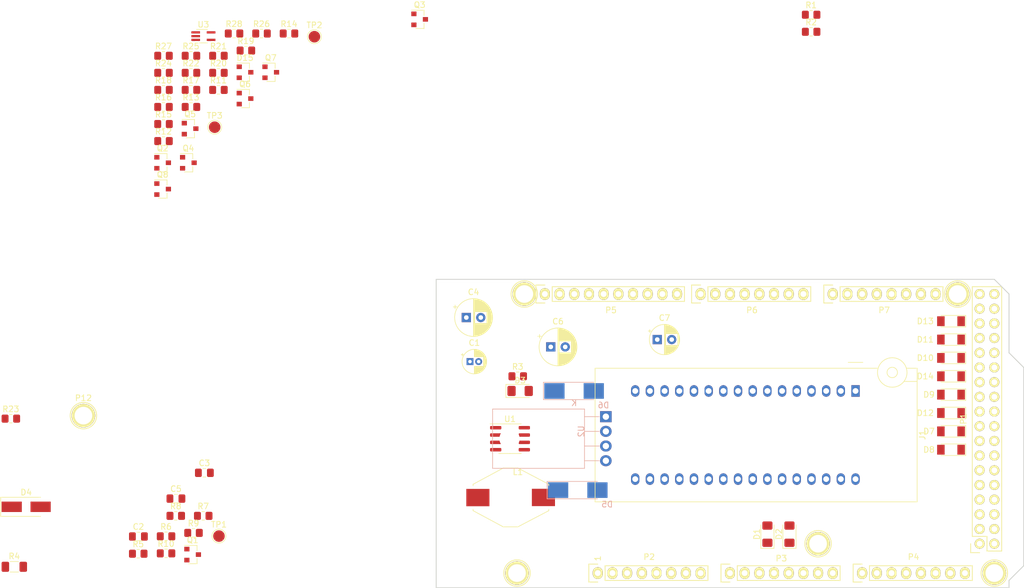
<source format=kicad_pcb>
(kicad_pcb (version 20171130) (host pcbnew "(5.1.10)-1")
  (title_block (date "mar. 31 mars 2015"))
  (layers (0 F.Cu signal) (31 B.Cu signal) (34 B.Paste user) (35 F.Paste user) (36 B.SilkS user) (37 F.SilkS user) (38 B.Mask user) (39 F.Mask user) (44 Edge.Cuts user))
  (net 0 "")
  (net 1 GND)
  (net 2 "/52(SCK)")
  (net 3 "/53(SS)")
  (net 4 "/50(MISO)")
  (net 5 "/51(MOSI)")
  (net 6 /48)
  (net 7 /49)
  (net 8 /46)
  (net 9 /47)
  (net 10 /44)
  (net 11 /45)
  (net 12 /42)
  (net 13 /43)
  (net 14 /40)
  (net 15 /41)
  (net 16 /38)
  (net 17 /39)
  (net 18 /36)
  (net 19 /37)
  (net 20 /34)
  (net 21 /35)
  (net 22 /32)
  (net 23 /33)
  (net 24 /30)
  (net 25 /31)
  (net 26 /28)
  (net 27 /29)
  (net 28 /26)
  (net 29 /24)
  (net 30 /25)
  (net 31 /22)
  (net 32 /23)
  (net 33 +5V)
  (net 34 /IOREF)
  (net 35 /Reset)
  (net 36 /Vin)
  (net 37 /A0)
  (net 38 /A1)
  (net 39 /A2)
  (net 40 /A3)
  (net 41 /A4)
  (net 42 /A5)
  (net 43 /A6)
  (net 44 /A7)
  (net 45 /A8)
  (net 46 /A9)
  (net 47 /A10)
  (net 48 /A11)
  (net 49 /A12)
  (net 50 /A13)
  (net 51 /A14)
  (net 52 /A15)
  (net 53 /SCL)
  (net 54 /SDA)
  (net 55 /AREF)
  (net 56 "/13(**)")
  (net 57 "/12(**)")
  (net 58 "/11(**)")
  (net 59 "/10(**)")
  (net 60 "/9(**)")
  (net 61 "/8(**)")
  (net 62 "/7(**)")
  (net 63 "/6(**)")
  (net 64 "/5(**)")
  (net 65 "/4(**)")
  (net 66 "/3(**)")
  (net 67 "/2(**)")
  (net 68 "/20(SDA)")
  (net 69 "/21(SCL)")
  (net 70 "Net-(P8-Pad1)")
  (net 71 "Net-(P9-Pad1)")
  (net 72 "Net-(P10-Pad1)")
  (net 73 "Net-(P11-Pad1)")
  (net 74 "Net-(P12-Pad1)")
  (net 75 "Net-(P13-Pad1)")
  (net 76 "Net-(P2-Pad1)")
  (net 77 +3V3)
  (net 78 "/1(Tx0)")
  (net 79 "/0(Rx0)")
  (net 80 "/14(Tx3)")
  (net 81 "/15(Rx3)")
  (net 82 "/16(Tx2)")
  (net 83 "/17(Rx2)")
  (net 84 "/18(Tx1)")
  (net 85 "/19(Rx1)")
  (net 86 "Net-(C3-Pad1)")
  (net 87 VPP)
  (net 88 "Net-(C6-Pad1)")
  (net 89 "Net-(D1-Pad2)")
  (net 90 "Net-(D2-Pad2)")
  (net 91 "Net-(D3-Pad2)")
  (net 92 "Net-(D4-Pad2)")
  (net 93 "Net-(D15-Pad2)")
  (net 94 "Net-(D15-Pad3)")
  (net 95 /PGMSocket/VPP1)
  (net 96 /PGMSocket/VCC2A17)
  (net 97 /PGMSocket/VPP2nG)
  (net 98 "Net-(L1-Pad1)")
  (net 99 "Net-(Q1-Pad3)")
  (net 100 "Net-(Q2-Pad3)")
  (net 101 "Net-(Q2-Pad1)")
  (net 102 "Net-(Q4-Pad1)")
  (net 103 "Net-(Q5-Pad1)")
  (net 104 "Net-(Q6-Pad3)")
  (net 105 "Net-(Q7-Pad1)")
  (net 106 "Net-(Q8-Pad1)")
  (net 107 "Net-(R4-Pad1)")
  (net 108 "Net-(R5-Pad2)")
  (net 109 "Net-(R22-Pad1)")
  (module Diode_SMD:D_MELF_Handsoldering (layer B.Cu) (at 127.86 104.775)
    (fp_text reference D5 (at 5.08 2.47) (layer B.SilkS) (effects (justify mirror)))
    (fp_text value 1N4001)
    (pad 2 smd rect (at 3.4 0) (size 3.5 2.7) (layers B.Cu B.Paste B.Mask) (net 1 GND))
    (pad 1 smd rect (at -3.4 0) (size 3.5 2.7) (layers B.Cu B.Paste B.Mask) (net 87 VPP))
  )
  (module Diode_SMD:D_MELF_Handsoldering (layer B.Cu) (at 127.225 87.63)
    (fp_text reference D6 (at 5.08 2.47 180) (layer B.SilkS) (effects (justify mirror)))
    (fp_text value 1N4001)
    (fp_text user K (at 0 2.1 180) (layer B.SilkS) (effects (justify mirror)))
    (pad 2 smd rect (at 3.4 0) (size 3.5 2.7) (layers B.Cu B.Paste B.Mask) (net 88 "Net-(C6-Pad1)"))
    (pad 1 smd rect (at -3.4 0) (size 3.5 2.7) (layers B.Cu B.Paste B.Mask) (net 1 GND))
  )
  (module Package_TO_SOT_THT:TO-220-4_Horizontal_TabDown (layer B.Cu) (at 132.715 92.075 270)
    (fp_text reference U2 (at 2.54 4.27 270) (layer B.SilkS) (effects (justify mirror)))
    (fp_text value LM317_TO-220)
    (pad 4 thru_hole oval (at 7.62 0 270) (size 1.905 2) (drill 1.1) (layers *.Cu *.Mask))
    (pad 3 thru_hole oval (at 5.08 0 270) (size 1.905 2) (drill 1.1) (layers *.Cu *.Mask) (net 87 VPP))
    (pad 2 thru_hole oval (at 2.54 0 270) (size 1.905 2) (drill 1.1) (layers *.Cu *.Mask) (net 1 GND))
    (pad 1 thru_hole rect (at 0 0 270) (size 1.905 2) (drill 1.1) (layers *.Cu *.Mask) (net 88 "Net-(C6-Pad1)"))
    (pad "" np_thru_hole oval (at 3.81 16.66 270) (size 3.5 3.5) (drill 3.5) (layers *.Cu *.Mask))
  )
  (module Inductor_SMD:L_Fastron_PISN_Handsoldering (layer F.Cu) (at 116.25 106.055)
    (fp_text reference L1 (at 1.25 -4.4) (layer F.SilkS))
    (fp_text value 100u)
    (pad 1 smd rect (at 5.67 -0.01) (size 4 3) (layers F.Cu F.Paste F.Mask) (net 98 "Net-(L1-Pad1)"))
    (pad 2 smd rect (at -5.67 0.01) (size 4 3) (layers F.Cu F.Paste F.Mask) (net 92 "Net-(D4-Pad2)"))
  )
  (module Capacitor_THT:CP_Radial_D6.3mm_P2.50mm (layer F.Cu) (at 123.19 80.01)
    (fp_text reference C6 (at 1.25 -4.4) (layer F.SilkS))
    (fp_text value 10uF)
    (pad 1 thru_hole rect (at 0 0) (size 1.6 1.6) (drill 0.8) (layers *.Cu *.Mask) (net 88 "Net-(C6-Pad1)"))
    (pad 2 thru_hole circle (at 2.5 0) (size 1.6 1.6) (drill 0.8) (layers *.Cu *.Mask) (net 1 GND))
  )
  (module Capacitor_THT:CP_Radial_D6.3mm_P2.50mm (layer F.Cu) (at 108.585 74.93)
    (fp_text reference C4 (at 1.25 -4.4) (layer F.SilkS))
    (fp_text value 50uF)
    (pad 2 thru_hole circle (at 2.5 0) (size 1.6 1.6) (drill 0.8) (layers *.Cu *.Mask) (net 1 GND))
    (pad 1 thru_hole rect (at 0 0) (size 1.6 1.6) (drill 0.8) (layers *.Cu *.Mask) (net 87 VPP))
  )
  (module Socket_Arduino_Mega:Socket_Strip_Arduino_2x18 (layer F.Cu) (at 197.358 114.046 90)
    (fp_text reference P1 (at 21.59 -2.794 90) (layer F.SilkS))
    (fp_text value Digital)
    (pad 1 thru_hole circle (at 0 0 90) (size 1.7272 1.7272) (drill 1.016) (layers *.Cu *.Mask F.SilkS) (net 1 GND))
    (pad 2 thru_hole oval (at 0 2.54 90) (size 1.7272 1.7272) (drill 1.016) (layers *.Cu *.Mask F.SilkS) (net 1 GND))
    (pad 3 thru_hole oval (at 2.54 0 90) (size 1.7272 1.7272) (drill 1.016) (layers *.Cu *.Mask F.SilkS) (net 2 "/52(SCK)"))
    (pad 4 thru_hole oval (at 2.54 2.54 90) (size 1.7272 1.7272) (drill 1.016) (layers *.Cu *.Mask F.SilkS) (net 3 "/53(SS)"))
    (pad 5 thru_hole oval (at 5.08 0 90) (size 1.7272 1.7272) (drill 1.016) (layers *.Cu *.Mask F.SilkS) (net 4 "/50(MISO)"))
    (pad 6 thru_hole oval (at 5.08 2.54 90) (size 1.7272 1.7272) (drill 1.016) (layers *.Cu *.Mask F.SilkS) (net 5 "/51(MOSI)"))
    (pad 7 thru_hole oval (at 7.62 0 90) (size 1.7272 1.7272) (drill 1.016) (layers *.Cu *.Mask F.SilkS) (net 6 /48))
    (pad 8 thru_hole oval (at 7.62 2.54 90) (size 1.7272 1.7272) (drill 1.016) (layers *.Cu *.Mask F.SilkS) (net 7 /49))
    (pad 9 thru_hole oval (at 10.16 0 90) (size 1.7272 1.7272) (drill 1.016) (layers *.Cu *.Mask F.SilkS) (net 8 /46))
    (pad 10 thru_hole oval (at 10.16 2.54 90) (size 1.7272 1.7272) (drill 1.016) (layers *.Cu *.Mask F.SilkS) (net 9 /47))
    (pad 11 thru_hole oval (at 12.7 0 90) (size 1.7272 1.7272) (drill 1.016) (layers *.Cu *.Mask F.SilkS) (net 10 /44))
    (pad 12 thru_hole oval (at 12.7 2.54 90) (size 1.7272 1.7272) (drill 1.016) (layers *.Cu *.Mask F.SilkS) (net 11 /45))
    (pad 13 thru_hole oval (at 15.24 0 90) (size 1.7272 1.7272) (drill 1.016) (layers *.Cu *.Mask F.SilkS) (net 12 /42))
    (pad 14 thru_hole oval (at 15.24 2.54 90) (size 1.7272 1.7272) (drill 1.016) (layers *.Cu *.Mask F.SilkS) (net 13 /43))
    (pad 15 thru_hole oval (at 17.78 0 90) (size 1.7272 1.7272) (drill 1.016) (layers *.Cu *.Mask F.SilkS) (net 14 /40))
    (pad 16 thru_hole oval (at 17.78 2.54 90) (size 1.7272 1.7272) (drill 1.016) (layers *.Cu *.Mask F.SilkS) (net 15 /41))
    (pad 17 thru_hole oval (at 20.32 0 90) (size 1.7272 1.7272) (drill 1.016) (layers *.Cu *.Mask F.SilkS) (net 16 /38))
    (pad 18 thru_hole oval (at 20.32 2.54 90) (size 1.7272 1.7272) (drill 1.016) (layers *.Cu *.Mask F.SilkS) (net 17 /39))
    (pad 19 thru_hole oval (at 22.86 0 90) (size 1.7272 1.7272) (drill 1.016) (layers *.Cu *.Mask F.SilkS) (net 18 /36))
    (pad 20 thru_hole oval (at 22.86 2.54 90) (size 1.7272 1.7272) (drill 1.016) (layers *.Cu *.Mask F.SilkS) (net 19 /37))
    (pad 21 thru_hole oval (at 25.4 0 90) (size 1.7272 1.7272) (drill 1.016) (layers *.Cu *.Mask F.SilkS) (net 20 /34))
    (pad 22 thru_hole oval (at 25.4 2.54 90) (size 1.7272 1.7272) (drill 1.016) (layers *.Cu *.Mask F.SilkS) (net 21 /35))
    (pad 23 thru_hole oval (at 27.94 0 90) (size 1.7272 1.7272) (drill 1.016) (layers *.Cu *.Mask F.SilkS) (net 22 /32))
    (pad 24 thru_hole oval (at 27.94 2.54 90) (size 1.7272 1.7272) (drill 1.016) (layers *.Cu *.Mask F.SilkS) (net 23 /33))
    (pad 25 thru_hole oval (at 30.48 0 90) (size 1.7272 1.7272) (drill 1.016) (layers *.Cu *.Mask F.SilkS) (net 24 /30))
    (pad 26 thru_hole oval (at 30.48 2.54 90) (size 1.7272 1.7272) (drill 1.016) (layers *.Cu *.Mask F.SilkS) (net 25 /31))
    (pad 27 thru_hole oval (at 33.02 0 90) (size 1.7272 1.7272) (drill 1.016) (layers *.Cu *.Mask F.SilkS) (net 26 /28))
    (pad 28 thru_hole oval (at 33.02 2.54 90) (size 1.7272 1.7272) (drill 1.016) (layers *.Cu *.Mask F.SilkS) (net 27 /29))
    (pad 29 thru_hole oval (at 35.56 0 90) (size 1.7272 1.7272) (drill 1.016) (layers *.Cu *.Mask F.SilkS) (net 28 /26))
    (pad 30 thru_hole oval (at 35.56 2.54 90) (size 1.7272 1.7272) (drill 1.016) (layers *.Cu *.Mask F.SilkS) (net 28 /26))
    (pad 31 thru_hole oval (at 38.1 0 90) (size 1.7272 1.7272) (drill 1.016) (layers *.Cu *.Mask F.SilkS) (net 29 /24))
    (pad 32 thru_hole oval (at 38.1 2.54 90) (size 1.7272 1.7272) (drill 1.016) (layers *.Cu *.Mask F.SilkS) (net 30 /25))
    (pad 33 thru_hole oval (at 40.64 0 90) (size 1.7272 1.7272) (drill 1.016) (layers *.Cu *.Mask F.SilkS) (net 31 /22))
    (pad 34 thru_hole oval (at 40.64 2.54 90) (size 1.7272 1.7272) (drill 1.016) (layers *.Cu *.Mask F.SilkS) (net 32 /23))
    (pad 35 thru_hole oval (at 43.18 0 90) (size 1.7272 1.7272) (drill 1.016) (layers *.Cu *.Mask F.SilkS) (net 33 +5V))
    (pad 36 thru_hole oval (at 43.18 2.54 90) (size 1.7272 1.7272) (drill 1.016) (layers *.Cu *.Mask F.SilkS) (net 33 +5V))
  )
  (module Socket_Arduino_Mega:Socket_Strip_Arduino_1x08 (layer F.Cu) (at 131.318 119.126)
    (fp_text reference P2 (at 8.89 -2.794) (layer F.SilkS))
    (fp_text value Power)
    (pad 1 thru_hole oval (at 0 0) (size 1.7272 2.032) (drill 1.016) (layers *.Cu *.Mask F.SilkS) (net 76 "Net-(P2-Pad1)"))
    (pad 2 thru_hole oval (at 2.54 0) (size 1.7272 2.032) (drill 1.016) (layers *.Cu *.Mask F.SilkS) (net 34 /IOREF))
    (pad 3 thru_hole oval (at 5.08 0) (size 1.7272 2.032) (drill 1.016) (layers *.Cu *.Mask F.SilkS) (net 35 /Reset))
    (pad 4 thru_hole oval (at 7.62 0) (size 1.7272 2.032) (drill 1.016) (layers *.Cu *.Mask F.SilkS) (net 77 +3V3))
    (pad 5 thru_hole oval (at 10.16 0) (size 1.7272 2.032) (drill 1.016) (layers *.Cu *.Mask F.SilkS) (net 33 +5V))
    (pad 6 thru_hole oval (at 12.7 0) (size 1.7272 2.032) (drill 1.016) (layers *.Cu *.Mask F.SilkS) (net 1 GND))
    (pad 7 thru_hole oval (at 15.24 0) (size 1.7272 2.032) (drill 1.016) (layers *.Cu *.Mask F.SilkS) (net 1 GND))
    (pad 8 thru_hole oval (at 17.78 0) (size 1.7272 2.032) (drill 1.016) (layers *.Cu *.Mask F.SilkS) (net 36 /Vin))
  )
  (module Socket_Arduino_Mega:Socket_Strip_Arduino_1x08 (layer F.Cu) (at 154.178 119.126)
    (fp_text reference P3 (at 8.89 -2.54) (layer F.SilkS))
    (fp_text value Analog)
    (pad 1 thru_hole oval (at 0 0) (size 1.7272 2.032) (drill 1.016) (layers *.Cu *.Mask F.SilkS) (net 37 /A0))
    (pad 2 thru_hole oval (at 2.54 0) (size 1.7272 2.032) (drill 1.016) (layers *.Cu *.Mask F.SilkS) (net 38 /A1))
    (pad 3 thru_hole oval (at 5.08 0) (size 1.7272 2.032) (drill 1.016) (layers *.Cu *.Mask F.SilkS) (net 39 /A2))
    (pad 4 thru_hole oval (at 7.62 0) (size 1.7272 2.032) (drill 1.016) (layers *.Cu *.Mask F.SilkS) (net 40 /A3))
    (pad 5 thru_hole oval (at 10.16 0) (size 1.7272 2.032) (drill 1.016) (layers *.Cu *.Mask F.SilkS) (net 41 /A4))
    (pad 6 thru_hole oval (at 12.7 0) (size 1.7272 2.032) (drill 1.016) (layers *.Cu *.Mask F.SilkS) (net 42 /A5))
    (pad 7 thru_hole oval (at 15.24 0) (size 1.7272 2.032) (drill 1.016) (layers *.Cu *.Mask F.SilkS) (net 43 /A6))
    (pad 8 thru_hole oval (at 17.78 0) (size 1.7272 2.032) (drill 1.016) (layers *.Cu *.Mask F.SilkS) (net 44 /A7))
  )
  (module Socket_Arduino_Mega:Socket_Strip_Arduino_1x08 (layer F.Cu) (at 177.038 119.126)
    (fp_text reference P4 (at 8.89 -2.794) (layer F.SilkS))
    (fp_text value Analog)
    (pad 1 thru_hole oval (at 0 0) (size 1.7272 2.032) (drill 1.016) (layers *.Cu *.Mask F.SilkS) (net 45 /A8))
    (pad 2 thru_hole oval (at 2.54 0) (size 1.7272 2.032) (drill 1.016) (layers *.Cu *.Mask F.SilkS) (net 46 /A9))
    (pad 3 thru_hole oval (at 5.08 0) (size 1.7272 2.032) (drill 1.016) (layers *.Cu *.Mask F.SilkS) (net 47 /A10))
    (pad 4 thru_hole oval (at 7.62 0) (size 1.7272 2.032) (drill 1.016) (layers *.Cu *.Mask F.SilkS) (net 48 /A11))
    (pad 5 thru_hole oval (at 10.16 0) (size 1.7272 2.032) (drill 1.016) (layers *.Cu *.Mask F.SilkS) (net 49 /A12))
    (pad 6 thru_hole oval (at 12.7 0) (size 1.7272 2.032) (drill 1.016) (layers *.Cu *.Mask F.SilkS) (net 50 /A13))
    (pad 7 thru_hole oval (at 15.24 0) (size 1.7272 2.032) (drill 1.016) (layers *.Cu *.Mask F.SilkS) (net 51 /A14))
    (pad 8 thru_hole oval (at 17.78 0) (size 1.7272 2.032) (drill 1.016) (layers *.Cu *.Mask F.SilkS) (net 52 /A15))
  )
  (module Socket_Arduino_Mega:Socket_Strip_Arduino_1x10 (layer F.Cu) (at 122.174 70.866)
    (fp_text reference P5 (at 11.43 2.794) (layer F.SilkS))
    (fp_text value PWM)
    (pad 1 thru_hole oval (at 0 0) (size 1.7272 2.032) (drill 1.016) (layers *.Cu *.Mask F.SilkS) (net 53 /SCL))
    (pad 2 thru_hole oval (at 2.54 0) (size 1.7272 2.032) (drill 1.016) (layers *.Cu *.Mask F.SilkS) (net 54 /SDA))
    (pad 3 thru_hole oval (at 5.08 0) (size 1.7272 2.032) (drill 1.016) (layers *.Cu *.Mask F.SilkS) (net 55 /AREF))
    (pad 4 thru_hole oval (at 7.62 0) (size 1.7272 2.032) (drill 1.016) (layers *.Cu *.Mask F.SilkS) (net 1 GND))
    (pad 5 thru_hole oval (at 10.16 0) (size 1.7272 2.032) (drill 1.016) (layers *.Cu *.Mask F.SilkS) (net 56 "/13(**)"))
    (pad 6 thru_hole oval (at 12.7 0) (size 1.7272 2.032) (drill 1.016) (layers *.Cu *.Mask F.SilkS) (net 57 "/12(**)"))
    (pad 7 thru_hole oval (at 15.24 0) (size 1.7272 2.032) (drill 1.016) (layers *.Cu *.Mask F.SilkS) (net 58 "/11(**)"))
    (pad 8 thru_hole oval (at 17.78 0) (size 1.7272 2.032) (drill 1.016) (layers *.Cu *.Mask F.SilkS) (net 59 "/10(**)"))
    (pad 9 thru_hole oval (at 20.32 0) (size 1.7272 2.032) (drill 1.016) (layers *.Cu *.Mask F.SilkS) (net 60 "/9(**)"))
    (pad 10 thru_hole oval (at 22.86 0) (size 1.7272 2.032) (drill 1.016) (layers *.Cu *.Mask F.SilkS) (net 61 "/8(**)"))
  )
  (module Socket_Arduino_Mega:Socket_Strip_Arduino_1x08 (layer F.Cu) (at 149.098 70.866)
    (fp_text reference P6 (at 8.89 2.794) (layer F.SilkS))
    (fp_text value PWM)
    (pad 1 thru_hole oval (at 0 0) (size 1.7272 2.032) (drill 1.016) (layers *.Cu *.Mask F.SilkS) (net 62 "/7(**)"))
    (pad 2 thru_hole oval (at 2.54 0) (size 1.7272 2.032) (drill 1.016) (layers *.Cu *.Mask F.SilkS) (net 63 "/6(**)"))
    (pad 3 thru_hole oval (at 5.08 0) (size 1.7272 2.032) (drill 1.016) (layers *.Cu *.Mask F.SilkS) (net 64 "/5(**)"))
    (pad 4 thru_hole oval (at 7.62 0) (size 1.7272 2.032) (drill 1.016) (layers *.Cu *.Mask F.SilkS) (net 65 "/4(**)"))
    (pad 5 thru_hole oval (at 10.16 0) (size 1.7272 2.032) (drill 1.016) (layers *.Cu *.Mask F.SilkS) (net 66 "/3(**)"))
    (pad 6 thru_hole oval (at 12.7 0) (size 1.7272 2.032) (drill 1.016) (layers *.Cu *.Mask F.SilkS) (net 67 "/2(**)"))
    (pad 7 thru_hole oval (at 15.24 0) (size 1.7272 2.032) (drill 1.016) (layers *.Cu *.Mask F.SilkS) (net 78 "/1(Tx0)"))
    (pad 8 thru_hole oval (at 17.78 0) (size 1.7272 2.032) (drill 1.016) (layers *.Cu *.Mask F.SilkS) (net 79 "/0(Rx0)"))
  )
  (module Socket_Arduino_Mega:Socket_Strip_Arduino_1x08 (layer F.Cu) (at 171.958 70.866)
    (fp_text reference P7 (at 8.89 2.794) (layer F.SilkS))
    (fp_text value Communication)
    (pad 1 thru_hole oval (at 0 0) (size 1.7272 2.032) (drill 1.016) (layers *.Cu *.Mask F.SilkS) (net 80 "/14(Tx3)"))
    (pad 2 thru_hole oval (at 2.54 0) (size 1.7272 2.032) (drill 1.016) (layers *.Cu *.Mask F.SilkS) (net 81 "/15(Rx3)"))
    (pad 3 thru_hole oval (at 5.08 0) (size 1.7272 2.032) (drill 1.016) (layers *.Cu *.Mask F.SilkS) (net 82 "/16(Tx2)"))
    (pad 4 thru_hole oval (at 7.62 0) (size 1.7272 2.032) (drill 1.016) (layers *.Cu *.Mask F.SilkS) (net 83 "/17(Rx2)"))
    (pad 5 thru_hole oval (at 10.16 0) (size 1.7272 2.032) (drill 1.016) (layers *.Cu *.Mask F.SilkS) (net 84 "/18(Tx1)"))
    (pad 6 thru_hole oval (at 12.7 0) (size 1.7272 2.032) (drill 1.016) (layers *.Cu *.Mask F.SilkS) (net 85 "/19(Rx1)"))
    (pad 7 thru_hole oval (at 15.24 0) (size 1.7272 2.032) (drill 1.016) (layers *.Cu *.Mask F.SilkS) (net 68 "/20(SDA)"))
    (pad 8 thru_hole oval (at 17.78 0) (size 1.7272 2.032) (drill 1.016) (layers *.Cu *.Mask F.SilkS) (net 69 "/21(SCL)"))
  )
  (module Socket_Arduino_Mega:Arduino_1pin (layer F.Cu) (at 117.348 119.126)
    (fp_text reference P8 hide)
    (fp_text value CONN_01X01 hide)
    (pad 1 thru_hole circle (at 0 0) (size 4.064 4.064) (drill 3.048) (layers *.Cu *.Mask F.SilkS) (net 70 "Net-(P8-Pad1)"))
  )
  (module Socket_Arduino_Mega:Arduino_1pin (layer F.Cu) (at 169.418 114.046)
    (fp_text reference P9 hide)
    (fp_text value CONN_01X01 hide)
    (pad 1 thru_hole circle (at 0 0) (size 4.064 4.064) (drill 3.048) (layers *.Cu *.Mask F.SilkS) (net 71 "Net-(P9-Pad1)"))
  )
  (module Socket_Arduino_Mega:Arduino_1pin (layer F.Cu) (at 199.898 119.126)
    (fp_text reference P10 hide)
    (fp_text value CONN_01X01 hide)
    (pad 1 thru_hole circle (at 0 0) (size 4.064 4.064) (drill 3.048) (layers *.Cu *.Mask F.SilkS) (net 72 "Net-(P10-Pad1)"))
  )
  (module Socket_Arduino_Mega:Arduino_1pin (layer F.Cu) (at 118.618 70.866)
    (fp_text reference P11 hide)
    (fp_text value CONN_01X01 hide)
    (pad 1 thru_hole circle (at 0 0) (size 4.064 4.064) (drill 3.048) (layers *.Cu *.Mask F.SilkS) (net 73 "Net-(P11-Pad1)"))
  )
  (module Socket_Arduino_Mega:Arduino_1pin (layer F.Cu) (at 193.548 70.866)
    (fp_text reference P13 hide)
    (fp_text value CONN_01X01 hide)
    (pad 1 thru_hole circle (at 0 0) (size 4.064 4.064) (drill 3.048) (layers *.Cu *.Mask F.SilkS) (net 75 "Net-(P13-Pad1)"))
  )
  (module Capacitor_THT:CP_Radial_D4.0mm_P1.50mm (layer F.Cu) (at 109.22 82.55)
    (fp_text reference C1 (at 0.75 -3.25) (layer F.SilkS))
    (fp_text value 1uF)
    (pad 1 thru_hole rect (at 0 0) (size 1.2 1.2) (drill 0.6) (layers *.Cu *.Mask) (net 33 +5V))
    (pad 2 thru_hole circle (at 1.5 0) (size 1.2 1.2) (drill 0.6) (layers *.Cu *.Mask) (net 1 GND))
  )
  (module Capacitor_SMD:C_0805_2012Metric_Pad1.18x1.45mm_HandSolder (layer F.Cu) (at 51.875001 112.795001)
    (fp_text reference C2 (at 0 -1.68) (layer F.SilkS))
    (fp_text value 100n)
    (pad 1 smd roundrect (at -1.0375 0) (size 1.175 1.45) (layers F.Cu F.Paste F.Mask) (roundrect_rratio 0.212766) (net 1 GND))
    (pad 2 smd roundrect (at 1.0375 0) (size 1.175 1.45) (layers F.Cu F.Paste F.Mask) (roundrect_rratio 0.212766) (net 1 GND))
  )
  (module Capacitor_SMD:C_0805_2012Metric_Pad1.18x1.45mm_HandSolder (layer F.Cu) (at 63.285001 101.785001)
    (fp_text reference C3 (at 0 -1.68) (layer F.SilkS))
    (fp_text value 560pF)
    (pad 1 smd roundrect (at -1.0375 0) (size 1.175 1.45) (layers F.Cu F.Paste F.Mask) (roundrect_rratio 0.212766) (net 86 "Net-(C3-Pad1)"))
    (pad 2 smd roundrect (at 1.0375 0) (size 1.175 1.45) (layers F.Cu F.Paste F.Mask) (roundrect_rratio 0.212766) (net 1 GND))
  )
  (module Capacitor_SMD:C_0805_2012Metric_Pad1.18x1.45mm_HandSolder (layer F.Cu) (at 58.365001 106.245001)
    (fp_text reference C5 (at 0 -1.68) (layer F.SilkS))
    (fp_text value 100n)
    (pad 2 smd roundrect (at 1.0375 0) (size 1.175 1.45) (layers F.Cu F.Paste F.Mask) (roundrect_rratio 0.212766) (net 1 GND))
    (pad 1 smd roundrect (at -1.0375 0) (size 1.175 1.45) (layers F.Cu F.Paste F.Mask) (roundrect_rratio 0.212766) (net 87 VPP))
  )
  (module Capacitor_THT:CP_Radial_D5.0mm_P2.50mm (layer F.Cu) (at 141.605 78.74)
    (fp_text reference C7 (at 1.25 -3.75) (layer F.SilkS))
    (fp_text value 1uF)
    (pad 1 thru_hole rect (at 0 0) (size 1.6 1.6) (drill 0.8) (layers *.Cu *.Mask) (net 1 GND))
    (pad 2 thru_hole circle (at 2.5 0) (size 1.6 1.6) (drill 0.8) (layers *.Cu *.Mask) (net 1 GND))
  )
  (module LED_SMD:LED_1206_3216Metric_Pad1.42x1.75mm_HandSolder (layer F.Cu) (at 160.655 112.395 90)
    (fp_text reference D1 (at 0 -1.82 90) (layer F.SilkS))
    (fp_text value LED_GN)
    (pad 2 smd roundrect (at 1.4875 0 90) (size 1.425 1.75) (layers F.Cu F.Paste F.Mask) (roundrect_rratio 0.175439) (net 89 "Net-(D1-Pad2)"))
    (pad 1 smd roundrect (at -1.4875 0 90) (size 1.425 1.75) (layers F.Cu F.Paste F.Mask) (roundrect_rratio 0.175439) (net 42 /A5))
  )
  (module LED_SMD:LED_1206_3216Metric_Pad1.42x1.75mm_HandSolder (layer F.Cu) (at 164.465 112.395 90)
    (fp_text reference D2 (at 0 -1.82 90) (layer F.SilkS))
    (fp_text value LED_RD)
    (pad 1 smd roundrect (at -1.4875 0 90) (size 1.425 1.75) (layers F.Cu F.Paste F.Mask) (roundrect_rratio 0.175439) (net 41 /A4))
    (pad 2 smd roundrect (at 1.4875 0 90) (size 1.425 1.75) (layers F.Cu F.Paste F.Mask) (roundrect_rratio 0.175439) (net 90 "Net-(D2-Pad2)"))
  )
  (module LED_SMD:LED_1206_3216Metric_Pad1.42x1.75mm_HandSolder (layer F.Cu) (at 117.8925 87.63)
    (fp_text reference D3 (at 0 -1.82) (layer F.SilkS))
    (fp_text value LED_BLUE)
    (pad 1 smd roundrect (at -1.4875 0) (size 1.425 1.75) (layers F.Cu F.Paste F.Mask) (roundrect_rratio 0.175439) (net 1 GND))
    (pad 2 smd roundrect (at 1.4875 0) (size 1.425 1.75) (layers F.Cu F.Paste F.Mask) (roundrect_rratio 0.175439) (net 91 "Net-(D3-Pad2)"))
  )
  (module Diode_SMD:D_SMA_Handsoldering (layer F.Cu) (at 32.465001 107.665001)
    (fp_text reference D4 (at 0 -2.5) (layer F.SilkS))
    (fp_text value SK26ASMD)
    (pad 1 smd rect (at -2.5 0) (size 3.5 1.8) (layers F.Cu F.Paste F.Mask) (net 87 VPP))
    (pad 2 smd rect (at 2.5 0) (size 3.5 1.8) (layers F.Cu F.Paste F.Mask) (net 92 "Net-(D4-Pad2)"))
  )
  (module Diode_SMD:D_MiniMELF (layer F.Cu) (at 192.405 94.615 180)
    (fp_text reference D7 (at 3.81 0) (layer F.SilkS))
    (fp_text value ZMMxx)
    (pad 1 smd rect (at -1.75 0 180) (size 1.3 1.7) (layers F.Cu F.Paste F.Mask) (net 19 /37))
    (pad 2 smd rect (at 1.75 0 180) (size 1.3 1.7) (layers F.Cu F.Paste F.Mask) (net 1 GND))
  )
  (module Diode_SMD:D_MiniMELF (layer F.Cu) (at 192.405 97.79 180)
    (fp_text reference D8 (at 3.81 0) (layer F.SilkS))
    (fp_text value ZMMxx)
    (pad 1 smd rect (at -1.75 0 180) (size 1.3 1.7) (layers F.Cu F.Paste F.Mask) (net 18 /36))
    (pad 2 smd rect (at 1.75 0 180) (size 1.3 1.7) (layers F.Cu F.Paste F.Mask) (net 1 GND))
  )
  (module Diode_SMD:D_MiniMELF (layer F.Cu) (at 192.405 88.265 180)
    (fp_text reference D9 (at 3.81 0) (layer F.SilkS))
    (fp_text value ZMMxx)
    (pad 2 smd rect (at 1.75 0 180) (size 1.3 1.7) (layers F.Cu F.Paste F.Mask) (net 1 GND))
    (pad 1 smd rect (at -1.75 0 180) (size 1.3 1.7) (layers F.Cu F.Paste F.Mask) (net 21 /35))
  )
  (module Diode_SMD:D_MiniMELF (layer F.Cu) (at 192.405 81.915 180)
    (fp_text reference D10 (at 4.445 0) (layer F.SilkS))
    (fp_text value ZMMxx)
    (pad 1 smd rect (at -1.75 0 180) (size 1.3 1.7) (layers F.Cu F.Paste F.Mask) (net 20 /34))
    (pad 2 smd rect (at 1.75 0 180) (size 1.3 1.7) (layers F.Cu F.Paste F.Mask) (net 1 GND))
  )
  (module Diode_SMD:D_MiniMELF (layer F.Cu) (at 192.405 78.74 180)
    (fp_text reference D11 (at 4.445 0) (layer F.SilkS))
    (fp_text value ZMMxx)
    (pad 2 smd rect (at 1.75 0 180) (size 1.3 1.7) (layers F.Cu F.Paste F.Mask) (net 1 GND))
    (pad 1 smd rect (at -1.75 0 180) (size 1.3 1.7) (layers F.Cu F.Paste F.Mask) (net 23 /33))
  )
  (module Diode_SMD:D_MiniMELF (layer F.Cu) (at 192.405 91.44 180)
    (fp_text reference D12 (at 4.445 0) (layer F.SilkS))
    (fp_text value ZMMxx)
    (pad 1 smd rect (at -1.75 0 180) (size 1.3 1.7) (layers F.Cu F.Paste F.Mask) (net 22 /32))
    (pad 2 smd rect (at 1.75 0 180) (size 1.3 1.7) (layers F.Cu F.Paste F.Mask) (net 1 GND))
  )
  (module Diode_SMD:D_MiniMELF (layer F.Cu) (at 192.405 75.565 180)
    (fp_text reference D13 (at 4.445 0) (layer F.SilkS))
    (fp_text value ZMMxx)
    (pad 2 smd rect (at 1.75 0 180) (size 1.3 1.7) (layers F.Cu F.Paste F.Mask) (net 1 GND))
    (pad 1 smd rect (at -1.75 0 180) (size 1.3 1.7) (layers F.Cu F.Paste F.Mask) (net 25 /31))
  )
  (module Diode_SMD:D_MiniMELF (layer F.Cu) (at 192.405 85.09 180)
    (fp_text reference D14 (at 4.445 0) (layer F.SilkS))
    (fp_text value ZMMxx)
    (pad 2 smd rect (at 1.75 0 180) (size 1.3 1.7) (layers F.Cu F.Paste F.Mask) (net 1 GND))
    (pad 1 smd rect (at -1.75 0 180) (size 1.3 1.7) (layers F.Cu F.Paste F.Mask) (net 24 /30))
  )
  (module Package_TO_SOT_SMD:SOT-23 (layer F.Cu) (at 70.315001 32.515001)
    (fp_text reference D15 (at 0 -2.5) (layer F.SilkS))
    (fp_text value BAS19)
    (pad 1 smd rect (at -1 -0.95) (size 0.9 0.8) (layers F.Cu F.Paste F.Mask) (net 1 GND))
    (pad 2 smd rect (at -1 0.95) (size 0.9 0.8) (layers F.Cu F.Paste F.Mask) (net 93 "Net-(D15-Pad2)"))
    (pad 3 smd rect (at 1 0) (size 0.9 0.8) (layers F.Cu F.Paste F.Mask) (net 94 "Net-(D15-Pad3)"))
  )
  (module Socket:DIP_Socket-32_W11.9_W12.7_W15.24_W17.78_W18.5_3M_232-1285-00-0602J (layer F.Cu) (at 175.895 87.63 270)
    (fp_text reference J1 (at 7.62 -11.56 90) (layer F.SilkS))
    (fp_text value Conn_02x16_Counter_Clockwise)
    (pad 1 thru_hole rect (at 0 0 270) (size 2 1.44) (drill 1) (layers *.Cu *.Mask) (net 95 /PGMSocket/VPP1))
    (pad 32 thru_hole oval (at 15.24 0 270) (size 2 1.44) (drill 1) (layers *.Cu *.Mask) (net 1 GND))
    (pad 2 thru_hole oval (at 0 2.54 270) (size 2 1.44) (drill 1) (layers *.Cu *.Mask) (net 14 /40))
    (pad 31 thru_hole oval (at 15.24 2.54 270) (size 2 1.44) (drill 1) (layers *.Cu *.Mask) (net 17 /39))
    (pad 3 thru_hole oval (at 0 5.08 270) (size 2 1.44) (drill 1) (layers *.Cu *.Mask) (net 12 /42))
    (pad 30 thru_hole oval (at 15.24 5.08 270) (size 2 1.44) (drill 1) (layers *.Cu *.Mask) (net 96 /PGMSocket/VCC2A17))
    (pad 4 thru_hole oval (at 0 7.62 270) (size 2 1.44) (drill 1) (layers *.Cu *.Mask) (net 11 /45))
    (pad 29 thru_hole oval (at 15.24 7.62 270) (size 2 1.44) (drill 1) (layers *.Cu *.Mask) (net 13 /43))
    (pad 5 thru_hole oval (at 0 10.16 270) (size 2 1.44) (drill 1) (layers *.Cu *.Mask) (net 27 /29))
    (pad 28 thru_hole oval (at 15.24 10.16 270) (size 2 1.44) (drill 1) (layers *.Cu *.Mask) (net 10 /44))
    (pad 6 thru_hole oval (at 0 12.7 270) (size 2 1.44) (drill 1) (layers *.Cu *.Mask) (net 26 /28))
    (pad 27 thru_hole oval (at 15.24 12.7 270) (size 2 1.44) (drill 1) (layers *.Cu *.Mask) (net 7 /49))
    (pad 7 thru_hole oval (at 0 15.24 270) (size 2 1.44) (drill 1) (layers *.Cu *.Mask) (net 28 /26))
    (pad 26 thru_hole oval (at 15.24 15.24 270) (size 2 1.44) (drill 1) (layers *.Cu *.Mask) (net 6 /48))
    (pad 8 thru_hole oval (at 0 17.78 270) (size 2 1.44) (drill 1) (layers *.Cu *.Mask) (net 28 /26))
    (pad 25 thru_hole oval (at 15.24 17.78 270) (size 2 1.44) (drill 1) (layers *.Cu *.Mask) (net 8 /46))
    (pad 9 thru_hole oval (at 0 20.32 270) (size 2 1.44) (drill 1) (layers *.Cu *.Mask) (net 30 /25))
    (pad 24 thru_hole oval (at 15.24 20.32 270) (size 2 1.44) (drill 1) (layers *.Cu *.Mask) (net 97 /PGMSocket/VPP2nG))
    (pad 10 thru_hole oval (at 0 22.86 270) (size 2 1.44) (drill 1) (layers *.Cu *.Mask) (net 29 /24))
    (pad 23 thru_hole oval (at 15.24 22.86 270) (size 2 1.44) (drill 1) (layers *.Cu *.Mask) (net 9 /47))
    (pad 11 thru_hole oval (at 0 25.4 270) (size 2 1.44) (drill 1) (layers *.Cu *.Mask) (net 32 /23))
    (pad 22 thru_hole oval (at 15.24 25.4 270) (size 2 1.44) (drill 1) (layers *.Cu *.Mask) (net 16 /38))
    (pad 12 thru_hole oval (at 0 27.94 270) (size 2 1.44) (drill 1) (layers *.Cu *.Mask) (net 31 /22))
    (pad 21 thru_hole oval (at 15.24 27.94 270) (size 2 1.44) (drill 1) (layers *.Cu *.Mask) (net 24 /30))
    (pad 13 thru_hole oval (at 0 30.48 270) (size 2 1.44) (drill 1) (layers *.Cu *.Mask) (net 19 /37))
    (pad 20 thru_hole oval (at 15.24 30.48 270) (size 2 1.44) (drill 1) (layers *.Cu *.Mask) (net 25 /31))
    (pad 14 thru_hole oval (at 0 33.02 270) (size 2 1.44) (drill 1) (layers *.Cu *.Mask) (net 18 /36))
    (pad 19 thru_hole oval (at 15.24 33.02 270) (size 2 1.44) (drill 1) (layers *.Cu *.Mask) (net 22 /32))
    (pad 15 thru_hole oval (at 0 35.56 270) (size 2 1.44) (drill 1) (layers *.Cu *.Mask) (net 21 /35))
    (pad 18 thru_hole oval (at 15.24 35.56 270) (size 2 1.44) (drill 1) (layers *.Cu *.Mask) (net 23 /33))
    (pad 16 thru_hole oval (at 0 38.1 270) (size 2 1.44) (drill 1) (layers *.Cu *.Mask) (net 1 GND))
    (pad 17 thru_hole oval (at 15.24 38.1 270) (size 2 1.44) (drill 1) (layers *.Cu *.Mask) (net 20 /34))
  )
  (module Package_TO_SOT_SMD:SOT-23 (layer F.Cu) (at 61.255001 115.925001)
    (fp_text reference Q1 (at 0 -2.5) (layer F.SilkS))
    (fp_text value BC847)
    (pad 1 smd rect (at -1 -0.95) (size 0.9 0.8) (layers F.Cu F.Paste F.Mask) (net 41 /A4))
    (pad 2 smd rect (at -1 0.95) (size 0.9 0.8) (layers F.Cu F.Paste F.Mask) (net 1 GND))
    (pad 3 smd rect (at 1 0) (size 0.9 0.8) (layers F.Cu F.Paste F.Mask) (net 99 "Net-(Q1-Pad3)"))
  )
  (module Package_TO_SOT_SMD:SOT-23 (layer F.Cu) (at 56.065001 48.165001)
    (fp_text reference Q2 (at 0 -2.5) (layer F.SilkS))
    (fp_text value BC847)
    (pad 3 smd rect (at 1 0) (size 0.9 0.8) (layers F.Cu F.Paste F.Mask) (net 100 "Net-(Q2-Pad3)"))
    (pad 2 smd rect (at -1 0.95) (size 0.9 0.8) (layers F.Cu F.Paste F.Mask) (net 1 GND))
    (pad 1 smd rect (at -1 -0.95) (size 0.9 0.8) (layers F.Cu F.Paste F.Mask) (net 101 "Net-(Q2-Pad1)"))
  )
  (module Package_TO_SOT_SMD:SOT-23 (layer F.Cu) (at 100.515001 23.365001)
    (fp_text reference Q3 (at 0 -2.5) (layer F.SilkS))
    (fp_text value BSS83P)
    (pad 1 smd rect (at -1 -0.95) (size 0.9 0.8) (layers F.Cu F.Paste F.Mask) (net 100 "Net-(Q2-Pad3)"))
    (pad 2 smd rect (at -1 0.95) (size 0.9 0.8) (layers F.Cu F.Paste F.Mask) (net 87 VPP))
    (pad 3 smd rect (at 1 0) (size 0.9 0.8) (layers F.Cu F.Paste F.Mask) (net 95 /PGMSocket/VPP1))
  )
  (module Package_TO_SOT_SMD:SOT-23 (layer F.Cu) (at 60.515001 48.165001)
    (fp_text reference Q4 (at 0 -2.5) (layer F.SilkS))
    (fp_text value BSS83P)
    (pad 3 smd rect (at 1 0) (size 0.9 0.8) (layers F.Cu F.Paste F.Mask) (net 96 /PGMSocket/VCC2A17))
    (pad 2 smd rect (at -1 0.95) (size 0.9 0.8) (layers F.Cu F.Paste F.Mask) (net 1 GND))
    (pad 1 smd rect (at -1 -0.95) (size 0.9 0.8) (layers F.Cu F.Paste F.Mask) (net 102 "Net-(Q4-Pad1)"))
  )
  (module Package_TO_SOT_SMD:SOT-23 (layer F.Cu) (at 60.815001 42.265001)
    (fp_text reference Q5 (at 0 -2.5) (layer F.SilkS))
    (fp_text value BSS83P)
    (pad 3 smd rect (at 1 0) (size 0.9 0.8) (layers F.Cu F.Paste F.Mask) (net 97 /PGMSocket/VPP2nG))
    (pad 2 smd rect (at -1 0.95) (size 0.9 0.8) (layers F.Cu F.Paste F.Mask) (net 87 VPP))
    (pad 1 smd rect (at -1 -0.95) (size 0.9 0.8) (layers F.Cu F.Paste F.Mask) (net 103 "Net-(Q5-Pad1)"))
  )
  (module Package_TO_SOT_SMD:SOT-23 (layer F.Cu) (at 70.315001 37.065001)
    (fp_text reference Q6 (at 0 -2.5) (layer F.SilkS))
    (fp_text value BSS138)
    (pad 1 smd rect (at -1 -0.95) (size 0.9 0.8) (layers F.Cu F.Paste F.Mask) (net 37 /A0))
    (pad 2 smd rect (at -1 0.95) (size 0.9 0.8) (layers F.Cu F.Paste F.Mask) (net 1 GND))
    (pad 3 smd rect (at 1 0) (size 0.9 0.8) (layers F.Cu F.Paste F.Mask) (net 104 "Net-(Q6-Pad3)"))
  )
  (module Package_TO_SOT_SMD:SOT-23 (layer F.Cu) (at 74.765001 32.515001)
    (fp_text reference Q7 (at 0 -2.5) (layer F.SilkS))
    (fp_text value BC847)
    (pad 1 smd rect (at -1 -0.95) (size 0.9 0.8) (layers F.Cu F.Paste F.Mask) (net 105 "Net-(Q7-Pad1)"))
    (pad 2 smd rect (at -1 0.95) (size 0.9 0.8) (layers F.Cu F.Paste F.Mask) (net 1 GND))
    (pad 3 smd rect (at 1 0) (size 0.9 0.8) (layers F.Cu F.Paste F.Mask) (net 102 "Net-(Q4-Pad1)"))
  )
  (module Package_TO_SOT_SMD:SOT-23 (layer F.Cu) (at 56.065001 52.715001)
    (fp_text reference Q8 (at 0 -2.5) (layer F.SilkS))
    (fp_text value BC847)
    (pad 3 smd rect (at 1 0) (size 0.9 0.8) (layers F.Cu F.Paste F.Mask) (net 103 "Net-(Q5-Pad1)"))
    (pad 2 smd rect (at -1 0.95) (size 0.9 0.8) (layers F.Cu F.Paste F.Mask) (net 1 GND))
    (pad 1 smd rect (at -1 -0.95) (size 0.9 0.8) (layers F.Cu F.Paste F.Mask) (net 106 "Net-(Q8-Pad1)"))
  )
  (module Resistor_SMD:R_0805_2012Metric_Pad1.20x1.40mm_HandSolder (layer F.Cu) (at 168.215001 22.565001)
    (fp_text reference R1 (at 0 -1.65) (layer F.SilkS))
    (fp_text value 470)
    (pad 2 smd roundrect (at 1 0) (size 1.2 1.4) (layers F.Cu F.Paste F.Mask) (roundrect_rratio 0.208333) (net 33 +5V))
    (pad 1 smd roundrect (at -1 0) (size 1.2 1.4) (layers F.Cu F.Paste F.Mask) (roundrect_rratio 0.208333) (net 89 "Net-(D1-Pad2)"))
  )
  (module Resistor_SMD:R_0805_2012Metric_Pad1.20x1.40mm_HandSolder (layer F.Cu) (at 168.215001 25.515001)
    (fp_text reference R2 (at 0 -1.65) (layer F.SilkS))
    (fp_text value 470)
    (pad 1 smd roundrect (at -1 0) (size 1.2 1.4) (layers F.Cu F.Paste F.Mask) (roundrect_rratio 0.208333) (net 90 "Net-(D2-Pad2)"))
    (pad 2 smd roundrect (at 1 0) (size 1.2 1.4) (layers F.Cu F.Paste F.Mask) (roundrect_rratio 0.208333) (net 33 +5V))
  )
  (module Resistor_SMD:R_0805_2012Metric_Pad1.20x1.40mm_HandSolder (layer F.Cu) (at 117.475 85.09)
    (fp_text reference R3 (at 0 -1.65) (layer F.SilkS))
    (fp_text value 470)
    (pad 2 smd roundrect (at 1 0) (size 1.2 1.4) (layers F.Cu F.Paste F.Mask) (roundrect_rratio 0.208333) (net 33 +5V))
    (pad 1 smd roundrect (at -1 0) (size 1.2 1.4) (layers F.Cu F.Paste F.Mask) (roundrect_rratio 0.208333) (net 91 "Net-(D3-Pad2)"))
  )
  (module Resistor_SMD:R_1206_3216Metric_Pad1.30x1.75mm_HandSolder (layer F.Cu) (at 30.415001 118.035001)
    (fp_text reference R4 (at 0 -1.82) (layer F.SilkS))
    (fp_text value 0.3)
    (pad 1 smd roundrect (at -1.55 0) (size 1.3 1.75) (layers F.Cu F.Paste F.Mask) (roundrect_rratio 0.192308) (net 107 "Net-(R4-Pad1)"))
    (pad 2 smd roundrect (at 1.55 0) (size 1.3 1.75) (layers F.Cu F.Paste F.Mask) (roundrect_rratio 0.192308) (net 33 +5V))
  )
  (module Resistor_SMD:R_0805_2012Metric_Pad1.20x1.40mm_HandSolder (layer F.Cu) (at 51.845001 115.775001)
    (fp_text reference R5 (at 0 -1.65) (layer F.SilkS))
    (fp_text value 2k)
    (pad 2 smd roundrect (at 1 0) (size 1.2 1.4) (layers F.Cu F.Paste F.Mask) (roundrect_rratio 0.208333) (net 108 "Net-(R5-Pad2)"))
    (pad 1 smd roundrect (at -1 0) (size 1.2 1.4) (layers F.Cu F.Paste F.Mask) (roundrect_rratio 0.208333) (net 1 GND))
  )
  (module Resistor_SMD:R_0805_2012Metric_Pad1.20x1.40mm_HandSolder (layer F.Cu) (at 56.655001 112.765001)
    (fp_text reference R6 (at 0 -1.65) (layer F.SilkS))
    (fp_text value 180)
    (pad 2 smd roundrect (at 1 0) (size 1.2 1.4) (layers F.Cu F.Paste F.Mask) (roundrect_rratio 0.208333) (net 107 "Net-(R4-Pad1)"))
    (pad 1 smd roundrect (at -1 0) (size 1.2 1.4) (layers F.Cu F.Paste F.Mask) (roundrect_rratio 0.208333) (net 98 "Net-(L1-Pad1)"))
  )
  (module Resistor_SMD:R_0805_2012Metric_Pad1.20x1.40mm_HandSolder (layer F.Cu) (at 63.085001 109.225001)
    (fp_text reference R7 (at 0 -1.65) (layer F.SilkS))
    (fp_text value 18k4)
    (pad 2 smd roundrect (at 1 0) (size 1.2 1.4) (layers F.Cu F.Paste F.Mask) (roundrect_rratio 0.208333) (net 108 "Net-(R5-Pad2)"))
    (pad 1 smd roundrect (at -1 0) (size 1.2 1.4) (layers F.Cu F.Paste F.Mask) (roundrect_rratio 0.208333) (net 87 VPP))
  )
  (module Resistor_SMD:R_0805_2012Metric_Pad1.20x1.40mm_HandSolder (layer F.Cu) (at 58.335001 109.225001)
    (fp_text reference R8 (at 0 -1.65) (layer F.SilkS))
    (fp_text value 3k)
    (pad 1 smd roundrect (at -1 0) (size 1.2 1.4) (layers F.Cu F.Paste F.Mask) (roundrect_rratio 0.208333) (net 88 "Net-(C6-Pad1)"))
    (pad 2 smd roundrect (at 1 0) (size 1.2 1.4) (layers F.Cu F.Paste F.Mask) (roundrect_rratio 0.208333) (net 99 "Net-(Q1-Pad3)"))
  )
  (module Resistor_SMD:R_0805_2012Metric_Pad1.20x1.40mm_HandSolder (layer F.Cu) (at 61.405001 112.175001)
    (fp_text reference R9 (at 0 -1.65) (layer F.SilkS))
    (fp_text value 1k)
    (pad 1 smd roundrect (at -1 0) (size 1.2 1.4) (layers F.Cu F.Paste F.Mask) (roundrect_rratio 0.208333) (net 99 "Net-(Q1-Pad3)"))
    (pad 2 smd roundrect (at 1 0) (size 1.2 1.4) (layers F.Cu F.Paste F.Mask) (roundrect_rratio 0.208333) (net 1 GND))
  )
  (module Resistor_SMD:R_0805_2012Metric_Pad1.20x1.40mm_HandSolder (layer F.Cu) (at 56.655001 115.715001)
    (fp_text reference R10 (at 0 -1.65) (layer F.SilkS))
    (fp_text value 1k)
    (pad 1 smd roundrect (at -1 0) (size 1.2 1.4) (layers F.Cu F.Paste F.Mask) (roundrect_rratio 0.208333) (net 1 GND))
    (pad 2 smd roundrect (at 1 0) (size 1.2 1.4) (layers F.Cu F.Paste F.Mask) (roundrect_rratio 0.208333) (net 88 "Net-(C6-Pad1)"))
  )
  (module Resistor_SMD:R_0805_2012Metric_Pad1.20x1.40mm_HandSolder (layer F.Cu) (at 65.715001 35.565001)
    (fp_text reference R11 (at 0 -1.65) (layer F.SilkS))
    (fp_text value 1k2)
    (pad 2 smd roundrect (at 1 0) (size 1.2 1.4) (layers F.Cu F.Paste F.Mask) (roundrect_rratio 0.208333) (net 19 /37))
    (pad 1 smd roundrect (at -1 0) (size 1.2 1.4) (layers F.Cu F.Paste F.Mask) (roundrect_rratio 0.208333) (net 19 /37))
  )
  (module Resistor_SMD:R_0805_2012Metric_Pad1.20x1.40mm_HandSolder (layer F.Cu) (at 56.215001 44.415001)
    (fp_text reference R12 (at 0 -1.65) (layer F.SilkS))
    (fp_text value 1k2)
    (pad 1 smd roundrect (at -1 0) (size 1.2 1.4) (layers F.Cu F.Paste F.Mask) (roundrect_rratio 0.208333) (net 18 /36))
    (pad 2 smd roundrect (at 1 0) (size 1.2 1.4) (layers F.Cu F.Paste F.Mask) (roundrect_rratio 0.208333) (net 18 /36))
  )
  (module Resistor_SMD:R_0805_2012Metric_Pad1.20x1.40mm_HandSolder (layer F.Cu) (at 60.965001 38.515001)
    (fp_text reference R13 (at 0 -1.65) (layer F.SilkS))
    (fp_text value 1k2)
    (pad 2 smd roundrect (at 1 0) (size 1.2 1.4) (layers F.Cu F.Paste F.Mask) (roundrect_rratio 0.208333) (net 21 /35))
    (pad 1 smd roundrect (at -1 0) (size 1.2 1.4) (layers F.Cu F.Paste F.Mask) (roundrect_rratio 0.208333) (net 21 /35))
  )
  (module Resistor_SMD:R_0805_2012Metric_Pad1.20x1.40mm_HandSolder (layer F.Cu) (at 77.915001 25.815001)
    (fp_text reference R14 (at 0 -1.65) (layer F.SilkS))
    (fp_text value 1k2)
    (pad 1 smd roundrect (at -1 0) (size 1.2 1.4) (layers F.Cu F.Paste F.Mask) (roundrect_rratio 0.208333) (net 20 /34))
    (pad 2 smd roundrect (at 1 0) (size 1.2 1.4) (layers F.Cu F.Paste F.Mask) (roundrect_rratio 0.208333) (net 20 /34))
  )
  (module Resistor_SMD:R_0805_2012Metric_Pad1.20x1.40mm_HandSolder (layer F.Cu) (at 56.215001 41.465001)
    (fp_text reference R15 (at 0 -1.65) (layer F.SilkS))
    (fp_text value 1k2)
    (pad 2 smd roundrect (at 1 0) (size 1.2 1.4) (layers F.Cu F.Paste F.Mask) (roundrect_rratio 0.208333) (net 23 /33))
    (pad 1 smd roundrect (at -1 0) (size 1.2 1.4) (layers F.Cu F.Paste F.Mask) (roundrect_rratio 0.208333) (net 23 /33))
  )
  (module Resistor_SMD:R_0805_2012Metric_Pad1.20x1.40mm_HandSolder (layer F.Cu) (at 56.215001 38.515001)
    (fp_text reference R16 (at 0 -1.65) (layer F.SilkS))
    (fp_text value 1k2)
    (pad 1 smd roundrect (at -1 0) (size 1.2 1.4) (layers F.Cu F.Paste F.Mask) (roundrect_rratio 0.208333) (net 22 /32))
    (pad 2 smd roundrect (at 1 0) (size 1.2 1.4) (layers F.Cu F.Paste F.Mask) (roundrect_rratio 0.208333) (net 22 /32))
  )
  (module Resistor_SMD:R_0805_2012Metric_Pad1.20x1.40mm_HandSolder (layer F.Cu) (at 60.965001 35.565001)
    (fp_text reference R17 (at 0 -1.65) (layer F.SilkS))
    (fp_text value 1k2)
    (pad 2 smd roundrect (at 1 0) (size 1.2 1.4) (layers F.Cu F.Paste F.Mask) (roundrect_rratio 0.208333) (net 25 /31))
    (pad 1 smd roundrect (at -1 0) (size 1.2 1.4) (layers F.Cu F.Paste F.Mask) (roundrect_rratio 0.208333) (net 25 /31))
  )
  (module Resistor_SMD:R_0805_2012Metric_Pad1.20x1.40mm_HandSolder (layer F.Cu) (at 56.215001 35.565001)
    (fp_text reference R18 (at 0 -1.65) (layer F.SilkS))
    (fp_text value 1k2)
    (pad 1 smd roundrect (at -1 0) (size 1.2 1.4) (layers F.Cu F.Paste F.Mask) (roundrect_rratio 0.208333) (net 24 /30))
    (pad 2 smd roundrect (at 1 0) (size 1.2 1.4) (layers F.Cu F.Paste F.Mask) (roundrect_rratio 0.208333) (net 24 /30))
  )
  (module Resistor_SMD:R_0805_2012Metric_Pad1.20x1.40mm_HandSolder (layer F.Cu) (at 70.465001 28.765001)
    (fp_text reference R19 (at 0 -1.65) (layer F.SilkS))
    (fp_text value 4k7)
    (pad 2 smd roundrect (at 1 0) (size 1.2 1.4) (layers F.Cu F.Paste F.Mask) (roundrect_rratio 0.208333) (net 40 /A3))
    (pad 1 smd roundrect (at -1 0) (size 1.2 1.4) (layers F.Cu F.Paste F.Mask) (roundrect_rratio 0.208333) (net 101 "Net-(Q2-Pad1)"))
  )
  (module Resistor_SMD:R_0805_2012Metric_Pad1.20x1.40mm_HandSolder (layer F.Cu) (at 65.715001 32.615001)
    (fp_text reference R20 (at 0 -1.65) (layer F.SilkS))
    (fp_text value 10k)
    (pad 1 smd roundrect (at -1 0) (size 1.2 1.4) (layers F.Cu F.Paste F.Mask) (roundrect_rratio 0.208333) (net 87 VPP))
    (pad 2 smd roundrect (at 1 0) (size 1.2 1.4) (layers F.Cu F.Paste F.Mask) (roundrect_rratio 0.208333) (net 100 "Net-(Q2-Pad3)"))
  )
  (module Resistor_SMD:R_0805_2012Metric_Pad1.20x1.40mm_HandSolder (layer F.Cu) (at 65.715001 29.665001)
    (fp_text reference R21 (at 0 -1.65) (layer F.SilkS))
    (fp_text value 15k)
    (pad 1 smd roundrect (at -1 0) (size 1.2 1.4) (layers F.Cu F.Paste F.Mask) (roundrect_rratio 0.208333) (net 94 "Net-(D15-Pad3)"))
    (pad 2 smd roundrect (at 1 0) (size 1.2 1.4) (layers F.Cu F.Paste F.Mask) (roundrect_rratio 0.208333) (net 97 /PGMSocket/VPP2nG))
  )
  (module Resistor_SMD:R_0805_2012Metric_Pad1.20x1.40mm_HandSolder (layer F.Cu) (at 60.965001 32.615001)
    (fp_text reference R22 (at 0 -1.65) (layer F.SilkS))
    (fp_text value 1k)
    (pad 1 smd roundrect (at -1 0) (size 1.2 1.4) (layers F.Cu F.Paste F.Mask) (roundrect_rratio 0.208333) (net 109 "Net-(R22-Pad1)"))
    (pad 2 smd roundrect (at 1 0) (size 1.2 1.4) (layers F.Cu F.Paste F.Mask) (roundrect_rratio 0.208333) (net 96 /PGMSocket/VCC2A17))
  )
  (module Resistor_SMD:R_0805_2012Metric_Pad1.20x1.40mm_HandSolder (layer F.Cu) (at 29.815001 92.415001)
    (fp_text reference R23 (at 0 -1.65) (layer F.SilkS))
    (fp_text value 1k5)
    (pad 2 smd roundrect (at 1 0) (size 1.2 1.4) (layers F.Cu F.Paste F.Mask) (roundrect_rratio 0.208333) (net 104 "Net-(Q6-Pad3)"))
    (pad 1 smd roundrect (at -1 0) (size 1.2 1.4) (layers F.Cu F.Paste F.Mask) (roundrect_rratio 0.208333) (net 97 /PGMSocket/VPP2nG))
  )
  (module Resistor_SMD:R_0805_2012Metric_Pad1.20x1.40mm_HandSolder (layer F.Cu) (at 56.215001 32.615001)
    (fp_text reference R24 (at 0 -1.65) (layer F.SilkS))
    (fp_text value 10k)
    (pad 2 smd roundrect (at 1 0) (size 1.2 1.4) (layers F.Cu F.Paste F.Mask) (roundrect_rratio 0.208333) (net 102 "Net-(Q4-Pad1)"))
    (pad 1 smd roundrect (at -1 0) (size 1.2 1.4) (layers F.Cu F.Paste F.Mask) (roundrect_rratio 0.208333) (net 1 GND))
  )
  (module Resistor_SMD:R_0805_2012Metric_Pad1.20x1.40mm_HandSolder (layer F.Cu) (at 60.965001 29.665001)
    (fp_text reference R25 (at 0 -1.65) (layer F.SilkS))
    (fp_text value 10k)
    (pad 1 smd roundrect (at -1 0) (size 1.2 1.4) (layers F.Cu F.Paste F.Mask) (roundrect_rratio 0.208333) (net 87 VPP))
    (pad 2 smd roundrect (at 1 0) (size 1.2 1.4) (layers F.Cu F.Paste F.Mask) (roundrect_rratio 0.208333) (net 103 "Net-(Q5-Pad1)"))
  )
  (module Resistor_SMD:R_0805_2012Metric_Pad1.20x1.40mm_HandSolder (layer F.Cu) (at 73.165001 25.815001)
    (fp_text reference R26 (at 0 -1.65) (layer F.SilkS))
    (fp_text value 1k)
    (pad 1 smd roundrect (at -1 0) (size 1.2 1.4) (layers F.Cu F.Paste F.Mask) (roundrect_rratio 0.208333) (net 37 /A0))
    (pad 2 smd roundrect (at 1 0) (size 1.2 1.4) (layers F.Cu F.Paste F.Mask) (roundrect_rratio 0.208333) (net 1 GND))
  )
  (module Resistor_SMD:R_0805_2012Metric_Pad1.20x1.40mm_HandSolder (layer F.Cu) (at 56.215001 29.665001)
    (fp_text reference R27 (at 0 -1.65) (layer F.SilkS))
    (fp_text value 4k7)
    (pad 1 smd roundrect (at -1 0) (size 1.2 1.4) (layers F.Cu F.Paste F.Mask) (roundrect_rratio 0.208333) (net 105 "Net-(Q7-Pad1)"))
    (pad 2 smd roundrect (at 1 0) (size 1.2 1.4) (layers F.Cu F.Paste F.Mask) (roundrect_rratio 0.208333) (net 39 /A2))
  )
  (module Resistor_SMD:R_0805_2012Metric_Pad1.20x1.40mm_HandSolder (layer F.Cu) (at 68.415001 25.815001)
    (fp_text reference R28 (at 0 -1.65) (layer F.SilkS))
    (fp_text value 4k7)
    (pad 2 smd roundrect (at 1 0) (size 1.2 1.4) (layers F.Cu F.Paste F.Mask) (roundrect_rratio 0.208333) (net 38 /A1))
    (pad 1 smd roundrect (at -1 0) (size 1.2 1.4) (layers F.Cu F.Paste F.Mask) (roundrect_rratio 0.208333) (net 106 "Net-(Q8-Pad1)"))
  )
  (module TestPoint:TestPoint_Pad_D2.0mm (layer F.Cu) (at 65.805001 112.725001)
    (fp_text reference TP1 (at 0 -1.998) (layer F.SilkS))
    (fp_text value TestPoint)
    (pad 1 smd circle (at 0 0) (size 2 2) (layers F.Cu F.Mask) (net 1 GND))
  )
  (module TestPoint:TestPoint_Pad_D2.0mm (layer F.Cu) (at 82.315001 26.365001)
    (fp_text reference TP2 (at 0 -1.998) (layer F.SilkS))
    (fp_text value TestPoint)
    (pad 1 smd circle (at 0 0) (size 2 2) (layers F.Cu F.Mask) (net 96 /PGMSocket/VCC2A17))
  )
  (module TestPoint:TestPoint_Pad_D2.0mm (layer F.Cu) (at 65.065001 42.015001)
    (fp_text reference TP3 (at 0 -1.998) (layer F.SilkS))
    (fp_text value TestPoint)
    (pad 1 smd circle (at 0 0) (size 2 2) (layers F.Cu F.Mask) (net 97 /PGMSocket/VPP2nG))
  )
  (module Package_SO:SOIC-8_3.9x4.9mm_P1.27mm (layer F.Cu) (at 116.14 95.885)
    (fp_text reference U1 (at 0 -3.4) (layer F.SilkS))
    (fp_text value MC34063AD)
    (pad 1 smd roundrect (at -2.475 -1.905) (size 1.95 0.6) (layers F.Cu F.Paste F.Mask) (net 92 "Net-(D4-Pad2)"))
    (pad 2 smd roundrect (at -2.475 -0.635) (size 1.95 0.6) (layers F.Cu F.Paste F.Mask) (net 1 GND))
    (pad 3 smd roundrect (at -2.475 0.635) (size 1.95 0.6) (layers F.Cu F.Paste F.Mask) (net 86 "Net-(C3-Pad1)"))
    (pad 4 smd roundrect (at -2.475 1.905) (size 1.95 0.6) (layers F.Cu F.Paste F.Mask) (net 1 GND))
    (pad 5 smd roundrect (at 2.475 1.905) (size 1.95 0.6) (layers F.Cu F.Paste F.Mask) (net 108 "Net-(R5-Pad2)"))
    (pad 6 smd roundrect (at 2.475 0.635) (size 1.95 0.6) (layers F.Cu F.Paste F.Mask) (net 33 +5V))
    (pad 7 smd roundrect (at 2.475 -0.635) (size 1.95 0.6) (layers F.Cu F.Paste F.Mask) (net 107 "Net-(R4-Pad1)"))
    (pad 8 smd roundrect (at 2.475 -1.905) (size 1.95 0.6) (layers F.Cu F.Paste F.Mask) (net 107 "Net-(R4-Pad1)"))
  )
  (module Package_TO_SOT_SMD:SOT-353_SC-70-5_Handsoldering (layer F.Cu) (at 63.115001 26.265001)
    (fp_text reference U3 (at 0 -2) (layer F.SilkS))
    (fp_text value 74AHC1GU04)
    (pad 1 smd rect (at -1.33 -0.65) (size 1.5 0.4) (layers F.Cu F.Paste F.Mask))
    (pad 2 smd rect (at -1.33 0) (size 1.5 0.4) (layers F.Cu F.Paste F.Mask) (net 15 /41))
    (pad 3 smd rect (at -1.33 0.65) (size 1.5 0.4) (layers F.Cu F.Paste F.Mask) (net 1 GND))
    (pad 4 smd rect (at 1.33 0.65) (size 1.5 0.4) (layers F.Cu F.Paste F.Mask) (net 109 "Net-(R22-Pad1)"))
    (pad 5 smd rect (at 1.33 -0.65) (size 1.5 0.4) (layers F.Cu F.Paste F.Mask) (net 1 GND))
  )
  (module Socket_Arduino_Mega:Arduino_1pin (layer F.Cu) (at 42.366001 91.896001)
    (fp_text reference P12 (at 0 -3.048) (layer F.SilkS))
    (fp_text value CONN_01X01)
    (pad 1 thru_hole circle (at 0 0) (size 4.064 4.064) (drill 3.048) (layers *.Cu *.Mask F.SilkS) (net 74 "Net-(P12-Pad1)"))
  )
  (gr_text 1 (at 131.318 116.586 90) (layer F.SilkS) (effects (font (size 1 1))))
  (gr_line (start 202.438 121.666) (end 103.378 121.666) (angle 90) (layer Edge.Cuts) (width 0.15))
  (gr_line (start 202.438 120.396) (end 202.438 121.666) (angle 90) (layer Edge.Cuts) (width 0.15))
  (gr_line (start 204.978 117.856) (end 202.438 120.396) (angle 90) (layer Edge.Cuts) (width 0.15))
  (gr_line (start 204.978 83.566) (end 204.978 117.856) (angle 90) (layer Edge.Cuts) (width 0.15))
  (gr_line (start 202.438 81.026) (end 204.978 83.566) (angle 90) (layer Edge.Cuts) (width 0.15))
  (gr_line (start 202.438 70.866) (end 202.438 81.026) (angle 90) (layer Edge.Cuts) (width 0.15))
  (gr_line (start 199.898 68.326) (end 202.438 70.866) (angle 90) (layer Edge.Cuts) (width 0.15))
  (gr_line (start 103.378 68.326) (end 199.898 68.326) (angle 90) (layer Edge.Cuts) (width 0.15))
  (gr_line (start 103.378 121.666) (end 103.378 68.326) (angle 90) (layer Edge.Cuts) (width 0.15))
)
</source>
